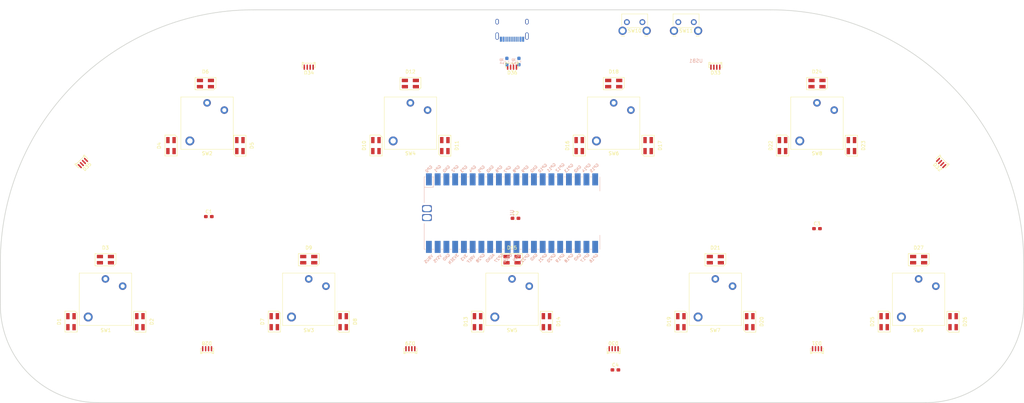
<source format=kicad_pcb>
(kicad_pcb (version 20240108) (generator "pcbnew") (generator_version "8.0")
  (title_block (title "Musec Pico"))
  (layers (0 "F.Cu" signal) (31 "B.Cu" signal) (34 "B.Paste" user) (35 "F.Paste" user) (36 "B.SilkS" user "B.Silkscreen") (37 "F.SilkS" user "F.Silkscreen") (38 "B.Mask" user) (39 "F.Mask" user) (44 "Edge.Cuts" user))
  (net 0 "")
  (net 1 "GND")
  (net 2 "+5V")
  (net 3 "Net-(D1-Out)")
  (net 4 "/RGB1")
  (net 5 "Net-(D2-Out)")
  (net 6 "Net-(D3-Out)")
  (net 7 "Net-(D4-Out)")
  (net 8 "Net-(D5-Out)")
  (net 9 "Net-(D6-Out)")
  (net 10 "Net-(D7-Out)")
  (net 11 "Net-(D8-Out)")
  (net 12 "Net-(D10-In)")
  (net 13 "Net-(D10-Out)")
  (net 14 "Net-(D11-Out)")
  (net 15 "Net-(D12-Out)")
  (net 16 "Net-(D13-Out)")
  (net 17 "Net-(D14-Out)")
  (net 18 "Net-(D15-Out)")
  (net 19 "Net-(D16-Out)")
  (net 20 "Net-(D17-Out)")
  (net 21 "Net-(D18-Out)")
  (net 22 "Net-(D19-Out)")
  (net 23 "Net-(D20-Out)")
  (net 24 "Net-(D21-Out)")
  (net 25 "Net-(D22-Out)")
  (net 26 "Net-(D23-Out)")
  (net 27 "Net-(D24-Out)")
  (net 28 "Net-(D25-Out)")
  (net 29 "Net-(D26-Out)")
  (net 31 "/RGB2")
  (net 32 "Net-(D28-Out)")
  (net 33 "Net-(D29-Out)")
  (net 34 "Net-(D30-Out)")
  (net 35 "Net-(D31-Out)")
  (net 36 "Net-(D32-Out)")
  (net 37 "Net-(D33-Out)")
  (net 38 "Net-(D34-Out)")
  (net 39 "Net-(D35-Out)")
  (net 40 "Net-(USB1-CC1)")
  (net 41 "Net-(USB1-CC2)")
  (net 42 "/K1")
  (net 43 "/K2")
  (net 44 "/K3")
  (net 45 "/K4")
  (net 46 "/K5")
  (net 47 "/K6")
  (net 48 "/K7")
  (net 49 "/K8")
  (net 50 "/K9")
  (net 51 "/K10")
  (net 52 "/K11")
  (net 53 "/USB_DN")
  (net 60 "/USB_DP")
  (net 68 "VBUS")
  (net 70 "+3V3")
  (footprint "popn_pico2:WS2812B-2835" (layer "F.Cu") (at 319.796 90.674 -90)
    (property "Reference" "D23" (at 0 -3.45 90) (layer "F.SilkS"))
    (property "Value" "WS2812B_Unified" (hide yes))
    (pad "G" smd rect (at 1.6 0.9 270) (size 1.8 1) (layers "F.Cu" "F.Paste" "F.Mask") (net 1 "GND"))
    (pad "I" smd rect (at 1.6 -0.9 270) (size 1.8 1) (layers "F.Cu" "F.Paste" "F.Mask") (net 25 "Net-(D22-Out)"))
    (pad "O" smd rect (at -1.6 0.9 270) (size 1.8 1) (layers "F.Cu" "F.Paste" "F.Mask") (net 26 "Net-(D23-Out)"))
    (pad "V" smd rect (at -1.6 -0.9 270) (size 1.8 1) (layers "F.Cu" "F.Paste" "F.Mask") (net 2 "+5V"))
  )
  (footprint "popn_pico2:WS2812B-2835" (layer "F.Cu") (at 152.296 141.774 90)
    (property "Reference" "D7" (at 0 -3.45 90) (layer "F.SilkS"))
    (property "Value" "WS2812B_Unified" (hide yes))
    (pad "G" smd rect (at 1.6 0.9 90) (size 1.8 1) (layers "F.Cu" "F.Paste" "F.Mask") (net 1 "GND"))
    (pad "I" smd rect (at 1.6 -0.9 90) (size 1.8 1) (layers "F.Cu" "F.Paste" "F.Mask") (net 9 "Net-(D6-Out)"))
    (pad "O" smd rect (at -1.6 0.9 90) (size 1.8 1) (layers "F.Cu" "F.Paste" "F.Mask") (net 10 "Net-(D7-Out)"))
    (pad "V" smd rect (at -1.6 -0.9 90) (size 1.8 1) (layers "F.Cu" "F.Paste" "F.Mask") (net 2 "+5V"))
  )
  (footprint "popn_pico2:SW_Kailh_Choc_V1V2_1.00u_LED" (layer "F.Cu") (at 191.796 84.174)
    (property "Reference" "SW4" (at 0.025 8.773 0) (layer "F.SilkS"))
    (property "Value" "SW_DIP_x01" (hide yes))
    (pad "" np_thru_hole circle (at -5.5 0) (size 1.9 1.9) (drill 1.9) (layers "*.Cu" "*.Mask"))
    (pad "" thru_hole circle (at -5 5.15) (size 2.6 2.6) (drill 1.6) (layers "*.Cu" "B.Mask"))
    (pad "" np_thru_hole circle (at 0 0) (size 5.05 5.05) (drill 5.05) (layers "*.Cu" "*.Mask"))
    (pad "" np_thru_hole circle (at 5.5 0) (size 1.9 1.9) (drill 1.9) (layers "*.Cu" "*.Mask"))
    (pad "1" thru_hole circle (at 0 -5.9) (size 2.2 2.2) (drill 1.2) (layers "*.Cu" "B.Mask") (net 45 "/K4"))
    (pad "2" thru_hole circle (at 5 -3.8) (size 2.2 2.2) (drill 1.2) (layers "*.Cu" "B.Mask") (net 1 "GND"))
  )
  (footprint "popn_pico2:WS2812B-4020" (layer "F.Cu") (at 132.796 150.274 180)
    (property "Reference" "D28" (at 0.075 2.25 180) (layer "F.SilkS"))
    (property "Value" "WS2812B_Unified")
    (pad "G" smd roundrect (at -1.275 0.65 180) (size 0.44 1.5) (layers "F.Cu" "F.Paste" "F.Mask") (net 1 "GND"))
    (pad "I" smd roundrect (at 1.275 0.65 180) (size 0.44 1.5) (layers "F.Cu" "F.Paste" "F.Mask") (net 31 "/RGB2"))
    (pad "O" smd roundrect (at -0.425 0.65 180) (size 0.44 1.5) (layers "F.Cu" "F.Paste" "F.Mask") (net 32 "Net-(D28-Out)"))
    (pad "V" smd roundrect (at 0.425 0.65 180) (size 0.44 1.5) (layers "F.Cu" "F.Paste" "F.Mask") (net 2 "+5V"))
  )
  (footprint "popn_pico2:WS2812B-2835" (layer "F.Cu") (at 191.796 72.674)
    (property "Reference" "D12" (at 0 -3.45 0) (layer "F.SilkS"))
    (property "Value" "WS2812B_Unified" (hide yes))
    (pad "G" smd rect (at 1.6 0.9) (size 1.8 1) (layers "F.Cu" "F.Paste" "F.Mask") (net 1 "GND"))
    (pad "I" smd rect (at 1.6 -0.9) (size 1.8 1) (layers "F.Cu" "F.Paste" "F.Mask") (net 14 "Net-(D11-Out)"))
    (pad "O" smd rect (at -1.6 0.9) (size 1.8 1) (layers "F.Cu" "F.Paste" "F.Mask") (net 15 "Net-(D12-Out)"))
    (pad "V" smd rect (at -1.6 -0.9) (size 1.8 1) (layers "F.Cu" "F.Paste" "F.Mask") (net 2 "+5V"))
  )
  (footprint "popn_pico2:WS2812B-4020" (layer "F.Cu") (at 191.796 150.274 180)
    (property "Reference" "D29" (at 0.075 2.25 180) (layer "F.SilkS"))
    (property "Value" "WS2812B_Unified")
    (pad "G" smd roundrect (at -1.275 0.65 180) (size 0.44 1.5) (layers "F.Cu" "F.Paste" "F.Mask") (net 1 "GND"))
    (pad "I" smd roundrect (at 1.275 0.65 180) (size 0.44 1.5) (layers "F.Cu" "F.Paste" "F.Mask") (net 32 "Net-(D28-Out)"))
    (pad "O" smd roundrect (at -0.425 0.65 180) (size 0.44 1.5) (layers "F.Cu" "F.Paste" "F.Mask") (net 33 "Net-(D29-Out)"))
    (pad "V" smd roundrect (at 0.425 0.65 180) (size 0.44 1.5) (layers "F.Cu" "F.Paste" "F.Mask") (net 2 "+5V"))
  )
  (footprint "popn_pico2:SW_Kailh_Choc_V1V2_1.00u_LED" (layer "F.Cu") (at 221.296 135.274)
    (property "Reference" "SW5" (at 0 9 0) (layer "F.SilkS"))
    (property "Value" "SW_DIP_x01" (hide yes))
    (pad "" np_thru_hole circle (at -5.5 0) (size 1.9 1.9) (drill 1.9) (layers "*.Cu" "*.Mask"))
    (pad "" thru_hole circle (at -5 5.15) (size 2.6 2.6) (drill 1.6) (layers "*.Cu" "B.Mask"))
    (pad "" np_thru_hole circle (at 0 0) (size 5.05 5.05) (drill 5.05) (layers "*.Cu" "*.Mask"))
    (pad "" np_thru_hole circle (at 5.5 0) (size 1.9 1.9) (drill 1.9) (layers "*.Cu" "*.Mask"))
    (pad "1" thru_hole circle (at 0 -5.9) (size 2.2 2.2) (drill 1.2) (layers "*.Cu" "B.Mask") (net 46 "/K5"))
    (pad "2" thru_hole circle (at 5 -3.8) (size 2.2 2.2) (drill 1.2) (layers "*.Cu" "B.Mask") (net 1 "GND"))
  )
  (footprint "popn_pico2:WS2812B-2835" (layer "F.Cu") (at 231.296 141.774 -90)
    (property "Reference" "D14" (at 0 -3.45 90) (layer "F.SilkS"))
    (property "Value" "WS2812B_Unified" (hide yes))
    (pad "G" smd rect (at 1.6 0.9 270) (size 1.8 1) (layers "F.Cu" "F.Paste" "F.Mask") (net 1 "GND"))
    (pad "I" smd rect (at 1.6 -0.9 270) (size 1.8 1) (layers "F.Cu" "F.Paste" "F.Mask") (net 16 "Net-(D13-Out)"))
    (pad "O" smd rect (at -1.6 0.9 270) (size 1.8 1) (layers "F.Cu" "F.Paste" "F.Mask") (net 17 "Net-(D14-Out)"))
    (pad "V" smd rect (at -1.6 -0.9 270) (size 1.8 1) (layers "F.Cu" "F.Paste" "F.Mask") (net 2 "+5V"))
  )
  (footprint "popn_pico2:WS2812B-2835" (layer "F.Cu") (at 260.796 90.674 -90)
    (property "Reference" "D17" (at 0 -3.45 90) (layer "F.SilkS"))
    (property "Value" "WS2812B_Unified" (hide yes))
    (pad "G" smd rect (at 1.6 0.9 270) (size 1.8 1) (layers "F.Cu" "F.Paste" "F.Mask") (net 1 "GND"))
    (pad "I" smd rect (at 1.6 -0.9 270) (size 1.8 1) (layers "F.Cu" "F.Paste" "F.Mask") (net 19 "Net-(D16-Out)"))
    (pad "O" smd rect (at -1.6 0.9 270) (size 1.8 1) (layers "F.Cu" "F.Paste" "F.Mask") (net 20 "Net-(D17-Out)"))
    (pad "V" smd rect (at -1.6 -0.9 270) (size 1.8 1) (layers "F.Cu" "F.Paste" "F.Mask") (net 2 "+5V"))
  )
  (footprint "popn_pico2:WS2812B-2835" (layer "F.Cu") (at 349.296 141.774 -90)
    (property "Reference" "D26" (at 0 -3.45 90) (layer "F.SilkS"))
    (property "Value" "WS2812B_Unified" (hide yes))
    (pad "G" smd rect (at 1.6 0.9 270) (size 1.8 1) (layers "F.Cu" "F.Paste" "F.Mask") (net 1 "GND"))
    (pad "I" smd rect (at 1.6 -0.9 270) (size 1.8 1) (layers "F.Cu" "F.Paste" "F.Mask") (net 28 "Net-(D25-Out)"))
    (pad "O" smd rect (at -1.6 0.9 270) (size 1.8 1) (layers "F.Cu" "F.Paste" "F.Mask") (net 29 "Net-(D26-Out)"))
    (pad "V" smd rect (at -1.6 -0.9 270) (size 1.8 1) (layers "F.Cu" "F.Paste" "F.Mask") (net 2 "+5V"))
  )
  (footprint "popn_pico2:WS2812B-4020" (layer "F.Cu") (at 250.796 150.274 180)
    (property "Reference" "D30" (at 0.075 2.25 180) (layer "F.SilkS"))
    (property "Value" "WS2812B_Unified")
    (pad "G" smd roundrect (at -1.275 0.65 180) (size 0.44 1.5) (layers "F.Cu" "F.Paste" "F.Mask") (net 1 "GND"))
    (pad "I" smd roundrect (at 1.275 0.65 180) (size 0.44 1.5) (layers "F.Cu" "F.Paste" "F.Mask") (net 33 "Net-(D29-Out)"))
    (pad "O" smd roundrect (at -0.425 0.65 180) (size 0.44 1.5) (layers "F.Cu" "F.Paste" "F.Mask") (net 34 "Net-(D30-Out)"))
    (pad "V" smd roundrect (at 0.425 0.65 180) (size 0.44 1.5) (layers "F.Cu" "F.Paste" "F.Mask") (net 2 "+5V"))
  )
  (footprint "popn_pico2:WS2812B-2835" (layer "F.Cu") (at 299.796 90.674 90)
    (property "Reference" "D22" (at 0 -3.45 90) (layer "F.SilkS"))
    (property "Value" "WS2812B_Unified" (hide yes))
    (pad "G" smd rect (at 1.6 0.9 90) (size 1.8 1) (layers "F.Cu" "F.Paste" "F.Mask") (net 1 "GND"))
    (pad "I" smd rect (at 1.6 -0.9 90) (size 1.8 1) (layers "F.Cu" "F.Paste" "F.Mask") (net 24 "Net-(D21-Out)"))
    (pad "O" smd rect (at -1.6 0.9 90) (size 1.8 1) (layers "F.Cu" "F.Paste" "F.Mask") (net 25 "Net-(D22-Out)"))
    (pad "V" smd rect (at -1.6 -0.9 90) (size 1.8 1) (layers "F.Cu" "F.Paste" "F.Mask") (net 2 "+5V"))
  )
  (footprint "popn_pico2:WS2812B-2835" (layer "F.Cu") (at 240.796 90.674 90)
    (property "Reference" "D16" (at 0 -3.45 90) (layer "F.SilkS"))
    (property "Value" "WS2812B_Unified" (hide yes))
    (pad "G" smd rect (at 1.6 0.9 90) (size 1.8 1) (layers "F.Cu" "F.Paste" "F.Mask") (net 1 "GND"))
    (pad "I" smd rect (at 1.6 -0.9 90) (size 1.8 1) (layers "F.Cu" "F.Paste" "F.Mask") (net 18 "Net-(D15-Out)"))
    (pad "O" smd rect (at -1.6 0.9 90) (size 1.8 1) (layers "F.Cu" "F.Paste" "F.Mask") (net 19 "Net-(D16-Out)"))
    (pad "V" smd rect (at -1.6 -0.9 90) (size 1.8 1) (layers "F.Cu" "F.Paste" "F.Mask") (net 2 "+5V"))
  )
  (footprint "popn_pico2:SW_Kailh_Choc_V1V2_1.00u_LED" (layer "F.Cu") (at 132.796 84.174)
    (property "Reference" "SW2" (at 0.025 8.773 0) (layer "F.SilkS"))
    (property "Value" "SW_DIP_x01" (hide yes))
    (pad "" np_thru_hole circle (at -5.5 0) (size 1.9 1.9) (drill 1.9) (layers "*.Cu" "*.Mask"))
    (pad "" thru_hole circle (at -5 5.15) (size 2.6 2.6) (drill 1.6) (layers "*.Cu" "B.Mask"))
    (pad "" np_thru_hole circle (at 0 0) (size 5.05 5.05) (drill 5.05) (layers "*.Cu" "*.Mask"))
    (pad "" np_thru_hole circle (at 5.5 0) (size 1.9 1.9) (drill 1.9) (layers "*.Cu" "*.Mask"))
    (pad "1" thru_hole circle (at 0 -5.9) (size 2.2 2.2) (drill 1.2) (layers "*.Cu" "B.Mask") (net 43 "/K2"))
    (pad "2" thru_hole circle (at 5 -3.8) (size 2.2 2.2) (drill 1.2) (layers "*.Cu" "B.Mask") (net 1 "GND"))
  )
  (footprint "Button_Switch_THT:SW_SPST_Omron_B3F-315x_Angled" (layer "F.Cu") (at 269.545999 54.849)
    (property "Reference" "SW11" (at 2.25 2.5 0) (layer "F.SilkS"))
    (property "Value" "SW_DIP_x01")
    (pad "" thru_hole circle (at -1.25 2.5 180) (size 2.4 2.4) (drill 1.5) (layers "*.Cu" "*.Mask"))
    (pad "" thru_hole circle (at 5.75 2.5 180) (size 2.4 2.4) (drill 1.5) (layers "*.Cu" "*.Mask"))
    (pad "1" thru_hole circle (at 0 0 180) (size 1.7 1.7) (drill 1) (layers "*.Cu" "*.Mask") (net 52 "/K11"))
    (pad "2" thru_hole circle (at 4.5 0 180) (size 1.7 1.7) (drill 1) (layers "*.Cu" "*.Mask") (net 1 "GND"))
  )
  (footprint "popn_pico2:WS2812B-2835" (layer "F.Cu") (at 172.296 141.774 -90)
    (property "Reference" "D8" (at 0 -3.45 90) (layer "F.SilkS"))
    (property "Value" "WS2812B_Unified" (hide yes))
    (pad "G" smd rect (at 1.6 0.9 270) (size 1.8 1) (layers "F.Cu" "F.Paste" "F.Mask") (net 1 "GND"))
    (pad "I" smd rect (at 1.6 -0.9 270) (size 1.8 1) (layers "F.Cu" "F.Paste" "F.Mask") (net 10 "Net-(D7-Out)"))
    (pad "O" smd rect (at -1.6 0.9 270) (size 1.8 1) (layers "F.Cu" "F.Paste" "F.Mask") (net 11 "Net-(D8-Out)"))
    (pad "V" smd rect (at -1.6 -0.9 270) (size 1.8 1) (layers "F.Cu" "F.Paste" "F.Mask") (net 2 "+5V"))
  )
  (footprint "Button_Switch_THT:SW_SPST_Omron_B3F-315x_Angled" (layer "F.Cu") (at 254.625999 54.849)
    (property "Reference" "SW10" (at 2.25 2.5 0) (layer "F.SilkS"))
    (property "Value" "SW_DIP_x01")
    (pad "" thru_hole circle (at -1.25 2.5 180) (size 2.4 2.4) (drill 1.5) (layers "*.Cu" "*.Mask"))
    (pad "" thru_hole circle (at 5.75 2.5 180) (size 2.4 2.4) (drill 1.5) (layers "*.Cu" "*.Mask"))
    (pad "1" thru_hole circle (at 0 0 180) (size 1.7 1.7) (drill 1) (layers "*.Cu" "*.Mask") (net 51 "/K10"))
    (pad "2" thru_hole circle (at 4.5 0 180) (size 1.7 1.7) (drill 1) (layers "*.Cu" "*.Mask") (net 1 "GND"))
  )
  (footprint "popn_pico2:WS2812B-2835" (layer "F.Cu") (at 309.796 72.674)
    (property "Reference" "D24" (at 0 -3.45 0) (layer "F.SilkS"))
    (property "Value" "WS2812B_Unified" (hide yes))
    (pad "G" smd rect (at 1.6 0.9) (size 1.8 1) (layers "F.Cu" "F.Paste" "F.Mask") (net 1 "GND"))
    (pad "I" smd rect (at 1.6 -0.9) (size 1.8 1) (layers "F.Cu" "F.Paste" "F.Mask") (net 26 "Net-(D23-Out)"))
    (pad "O" smd rect (at -1.6 0.9) (size 1.8 1) (layers "F.Cu" "F.Paste" "F.Mask") (net 27 "Net-(D24-Out)"))
    (pad "V" smd rect (at -1.6 -0.9) (size 1.8 1) (layers "F.Cu" "F.Paste" "F.Mask") (net 2 "+5V"))
  )
  (footprint "popn_pico2:WS2812B-2835" (layer "F.Cu") (at 122.321 90.674 90)
    (property "Reference" "D4" (at 0 -3.45 90) (layer "F.SilkS"))
    (property "Value" "WS2812B_Unified" (hide yes))
    (pad "G" smd rect (at 1.6 0.9 90) (size 1.8 1) (layers "F.Cu" "F.Paste" "F.Mask") (net 1 "GND"))
    (pad "I" smd rect (at 1.6 -0.9 90) (size 1.8 1) (layers "F.Cu" "F.Paste" "F.Mask") (net 6 "Net-(D3-Out)"))
    (pad "O" smd rect (at -1.6 0.9 90) (size 1.8 1) (layers "F.Cu" "F.Paste" "F.Mask") (net 7 "Net-(D4-Out)"))
    (pad "V" smd rect (at -1.6 -0.9 90) (size 1.8 1) (layers "F.Cu" "F.Paste" "F.Mask") (net 2 "+5V"))
  )
  (footprint "popn_pico2:WS2812B-4020" (layer "F.Cu") (at 346.296 95.274 -45)
    (property "Reference" "D32" (at 0.075 2.25 -45) (layer "F.SilkS"))
    (property "Value" "WS2812B_Unified")
    (pad "G" smd roundrect (at -1.274999 0.65 315) (size 0.44 1.5) (layers "F.Cu" "F.Paste" "F.Mask") (net 1 "GND"))
    (pad "I" smd roundrect (at 1.275 0.650001 315) (size 0.44 1.5) (layers "F.Cu" "F.Paste" "F.Mask") (net 35 "Net-(D31-Out)"))
    (pad "O" smd roundrect (at -0.425 0.65 315) (size 0.44 1.5) (layers "F.Cu" "F.Paste" "F.Mask") (net 36 "Net-(D32-Out)"))
    (pad "V" smd roundrect (at 0.425 0.65 315) (size 0.44 1.5) (layers "F.Cu" "F.Paste" "F.Mask") (net 2 "+5V"))
  )
  (footprint "popn_pico2:SW_Kailh_Choc_V1V2_1.00u_LED" (layer "F.Cu") (at 339.296 135.274)
    (property "Reference" "SW9" (at -0.1 9 0) (layer "F.SilkS"))
    (property "Value" "SW_DIP_x01" (hide yes))
    (pad "" np_thru_hole circle (at -5.5 0) (size 1.9 1.9) (drill 1.9) (layers "*.Cu" "*.Mask"))
    (pad "" thru_hole circle (at -5 5.15) (size 2.6 2.6) (drill 1.6) (layers "*.Cu" "B.Mask"))
    (pad "" np_thru_hole circle (at 0 0) (size 5.05 5.05) (drill 5.05) (layers "*.Cu" "*.Mask"))
    (pad "" np_thru_hole circle (at 5.5 0) (size 1.9 1.9) (drill 1.9) (layers "*.Cu" "*.Mask"))
    (pad "1" thru_hole circle (at 0 -5.9) (size 2.2 2.2) (drill 1.2) (layers "*.Cu" "B.Mask") (net 50 "/K9"))
    (pad "2" thru_hole circle (at 5 -3.8) (size 2.2 2.2) (drill 1.2) (layers "*.Cu" "B.Mask") (net 1 "GND"))
  )
  (footprint "popn_pico2:WS2812B-2835" (layer "F.Cu") (at 339.296 123.774)
    (property "Reference" "D27" (at 0 -3.45 0) (layer "F.SilkS"))
    (property "Value" "WS2812B_Unified" (hide yes))
    (pad "G" smd rect (at 1.6 0.9) (size 1.8 1) (layers "F.Cu" "F.Paste" "F.Mask") (net 1 "GND"))
    (pad "I" smd rect (at 1.6 -0.9) (size 1.8 1) (layers "F.Cu" "F.Paste" "F.Mask") (net 29 "Net-(D26-Out)"))
    (pad "O" smd rect (at -1.6 0.9) (size 1.8 1) (layers "F.Cu" "F.Paste" "F.Mask"))
    (pad "V" smd rect (at -1.6 -0.9) (size 1.8 1) (layers "F.Cu" "F.Paste" "F.Mask") (net 2 "+5V"))
  )
  (footprint "popn_pico2:WS2812B-2835" (layer "F.Cu") (at 211.296 141.774 90)
    (property "Reference" "D13" (at 0 -3.45 90) (layer "F.SilkS"))
    (property "Value" "WS2812B_Unified" (hide yes))
    (pad "G" smd rect (at 1.6 0.9 90) (size 1.8 1) (layers "F.Cu" "F.Paste" "F.Mask") (net 1 "GND"))
    (pad "I" smd rect (at 1.6 -0.9 90) (size 1.8 1) (layers "F.Cu" "F.Paste" "F.Mask") (net 15 "Net-(D12-Out)"))
    (pad "O" smd rect (at -1.6 0.9 90) (size 1.8 1) (layers "F.Cu" "F.Paste" "F.Mask") (net 16 "Net-(D13-Out)"))
    (pad "V" smd rect (at -1.6 -0.9 90) (size 1.8 1) (layers "F.Cu" "F.Paste" "F.Mask") (net 2 "+5V"))
  )
  (footprint "popn_pico2:WS2812B-2835" (layer "F.Cu") (at 142.321 90.674 -90)
    (property "Reference" "D5" (at 0 -3.45 90) (layer "F.SilkS"))
    (property "Value" "WS2812B_Unified" (hide yes))
    (pad "G" smd rect (at 1.6 0.9 270) (size 1.8 1) (layers "F.Cu" "F.Paste" "F.Mask") (net 1 "GND"))
    (pad "I" smd rect (at 1.6 -0.9 270) (size 1.8 1) (layers "F.Cu" "F.Paste" "F.Mask") (net 7 "Net-(D4-Out)"))
    (pad "O" smd rect (at -1.6 0.9 270) (size 1.8 1) (layers "F.Cu" "F.Paste" "F.Mask") (net 8 "Net-(D5-Out)"))
    (pad "V" smd rect (at -1.6 -0.9 270) (size 1.8 1) (layers "F.Cu" "F.Paste" "F.Mask") (net 2 "+5V"))
  )
  (footprint "popn_pico2:SW_Kailh_Choc_V1V2_1.00u_LED" (layer "F.Cu") (at 162.296 135.274)
    (property "Reference" "SW3" (at 0 9 0) (layer "F.SilkS"))
    (property "Value" "SW_DIP_x01" (hide yes))
    (pad "" np_thru_hole circle (at -5.5 0) (size 1.9 1.9) (drill 1.9) (layers "*.Cu" "*.Mask"))
    (pad "" thru_hole circle (at -5 5.15) (size 2.6 2.6) (drill 1.6) (layers "*.Cu" "B.Mask"))
    (pad "" np_thru_hole circle (at 0 0) (size 5.05 5.05) (drill 5.05) (layers "*.Cu" "*.Mask"))
    (pad "" np_thru_hole circle (at 5.5 0) (size 1.9 1.9) (drill 1.9) (layers "*.Cu" "*.Mask"))
    (pad "1" thru_hole circle (at 0 -5.9) (size 2.2 2.2) (drill 1.2) (layers "*.Cu" "B.Mask") (net 44 "/K3"))
    (pad "2" thru_hole circle (at 5 -3.8) (size 2.2 2.2) (drill 1.2) (layers "*.Cu" "B.Mask") (net 1 "GND"))
  )
  (footprint "popn_pico2:SW_Kailh_Choc_V1V2_1.00u_LED" (layer "F.Cu") (at 280.296 135.274)
    (property "Reference" "SW7" (at -0.05 9 0) (layer "F.SilkS"))
    (property "Value" "SW_DIP_x01" (hide yes))
    (pad "" np_thru_hole circle (at -5.5 0) (size 1.9 1.9) (drill 1.9) (layers "*.Cu" "*.Mask"))
    (pad "" thru_hole circle (at -5 5.15) (size 2.6 2.6) (drill 1.6) (layers "*.Cu" "B.Mask"))
    (pad "" np_thru_hole circle (at 0 0) (size 5.05 5.05) (drill 5.05) (layers "*.Cu" "*.Mask"))
    (pad "" np_thru_hole circle (at 5.5 0) (size 1.9 1.9) (drill 1.9) (layers "*.Cu" "*.Mask"))
    (pad "1" thru_hole circle (at 0 -5.9) (size 2.2 2.2) (drill 1.2) (layers "*.Cu" "B.Mask") (net 48 "/K7"))
    (pad "2" thru_hole circle (at 5 -3.8) (size 2.2 2.2) (drill 1.2) (layers "*.Cu" "B.Mask") (net 1 "GND"))
  )
  (footprint "popn_pico2:WS2812B-2835" (layer "F.Cu") (at 181.796 90.674 90)
    (property "Reference" "D10" (at 0 -3.45 90) (layer "F.SilkS"))
    (property "Value" "WS2812B_Unified" (hide yes))
    (pad "G" smd rect (at 1.6 0.9 90) (size 1.8 1) (layers "F.Cu" "F.Paste" "F.Mask") (net 1 "GND"))
    (pad "I" smd rect (at 1.6 -0.9 90) (size 1.8 1) (layers "F.Cu" "F.Paste" "F.Mask") (net 12 "Net-(D10-In)"))
    (pad "O" smd rect (at -1.6 0.9 90) (size 1.8 1) (layers "F.Cu" "F.Paste" "F.Mask") (net 13 "Net-(D10-Out)"))
    (pad "V" smd rect (at -1.6 -0.9 90) (size 1.8 1) (layers "F.Cu" "F.Paste" "F.Mask") (net 2 "+5V"))
  )
  (footprint "popn_pico2:WS2812B-2835" (layer "F.Cu") (at 329.296 141.774 90)
    (property "Reference" "D25" (at 0 -3.45 90) (layer "F.SilkS"))
    (property "Value" "WS2812B_Unified" (hide yes))
    (pad "G" smd rect (at 1.6 0.9 90) (size 1.8 1) (layers "F.Cu" "F.Paste" "F.Mask") (net 1 "GND"))
    (pad "I" smd rect (at 1.6 -0.9 90) (size 1.8 1) (layers "F.Cu" "F.Paste" "F.Mask") (net 27 "Net-(D24-Out)"))
    (pad "O" smd rect (at -1.6 0.9 90) (size 1.8 1) (layers "F.Cu" "F.Paste" "F.Mask") (net 28 "Net-(D25-Out)"))
    (pad "V" smd rect (at -1.6 -0.9 90) (size 1.8 1) (layers "F.Cu" "F.Paste" "F.Mask") (net 2 "+5V"))
  )
  (footprint "popn_pico2:WS2812B-2835" (layer "F.Cu") (at 103.296 123.774)
    (property "Reference" "D3" (at 0 -3.45 0) (layer "F.SilkS"))
    (property "Value" "WS2812B_Unified" (hide yes))
    (pad "G" smd rect (at 1.6 0.9) (size 1.8 1) (layers "F.Cu" "F.Paste" "F.Mask") (net 1 "GND"))
    (pad "I" smd rect (at 1.6 -0.9) (size 1.8 1) (layers "F.Cu" "F.Paste" "F.Mask") (net 5 "Net-(D2-Out)"))
    (pad "O" smd rect (at -1.6 0.9) (size 1.8 1) (layers "F.Cu" "F.Paste" "F.Mask") (net 6 "Net-(D3-Out)"))
    (pad "V" smd rect (at -1.6 -0.9) (size 1.8 1) (layers "F.Cu" "F.Paste" "F.Mask") (net 2 "+5V"))
  )
  (footprint "popn_pico2:WS2812B-2835" (layer "F.Cu") (at 113.296 141.774 -90)
    (property "Reference" "D2" (at 0 -3.45 90) (layer "F.SilkS"))
    (property "Value" "WS2812B_Unified" (hide yes))
    (pad "G" smd rect (at 1.6 0.9 270) (size 1.8 1) (layers "F.Cu" "F.Paste" "F.Mask") (net 1 "GND"))
    (pad "I" smd rect (at 1.6 -0.9 270) (size 1.8 1) (layers "F.Cu" "F.Paste" "F.Mask") (net 3 "Net-(D1-Out)"))
    (pad "O" smd rect (at -1.6 0.9 270) (size 1.8 1) (layers "F.Cu" "F.Paste" "F.Mask") (net 5 "Net-(D2-Out)"))
    (pad "V" smd rect (at -1.6 -0.9 270) (size 1.8 1) (layers "F.Cu" "F.Paste" "F.Mask") (net 2 "+5V"))
  )
  (footprint "popn_pico2:WS2812B-2835" (layer "F.Cu") (at 162.296 123.774)
    (property "Reference" "D9" (at 0 -3.45 0) (layer "F.SilkS"))
    (property "Value" "WS2812B_Unified" (hide yes))
    (pad "G" smd rect (at 1.6 0.9) (size 1.8 1) (layers "F.Cu" "F.Paste" "F.Mask") (net 1 "GND"))
    (pad "I" smd rect (at 1.6 -0.9) (size 1.8 1) (layers "F.Cu" "F.Paste" "F.Mask") (net 11 "Net-(D8-Out)"))
    (pad "O" smd rect (at -1.6 0.9) (size 1.8 1) (layers "F.Cu" "F.Paste" "F.Mask") (net 12 "Net-(D10-In)"))
    (pad "V" smd rect (at -1.6 -0.9) (size 1.8 1) (layers "F.Cu" "F.Paste" "F.Mask") (net 2 "+5V"))
  )
  (footprint "popn_pico2:WS2812B-4020" (layer "F.Cu") (at 96.296 95.274 45)
    (property "Reference" "D35" (at 0.075 2.25 45) (layer "F.SilkS"))
    (property "Value" "WS2812B_Unified")
    (pad "G" smd roundrect (at -1.275001 0.65 45) (size 0.44 1.5) (layers "F.Cu" "F.Paste" "F.Mask") (net 1 "GND"))
    (pad "I" smd roundrect (at 1.275001 0.65 45) (size 0.44 1.5) (layers "F.Cu" "F.Paste" "F.Mask") (net 38 "Net-(D34-Out)"))
    (pad "O" smd roundrect (at -0.425 0.65 45) (size 0.44 1.5) (layers "F.Cu" "F.Paste" "F.Mask") (net 39 "Net-(D35-Out)"))
    (pad "V" smd roundrect (at 0.425 0.65 45) (size 0.44 1.5) (layers "F.Cu" "F.Paste" "F.Mask") (net 2 "+5V"))
  )
  (footprint "Capacitor_SMD:C_0603_1608Metric_Pad1.08x0.95mm_HandSolder" (layer "F.Cu") (at 222.296 111.774)
    (property "Reference" "C2" (at 0 -1.43 0) (layer "F.SilkS"))
    (property "Value" "0.1uF")
    (pad "1" smd roundrect (at -0.8625 0) (size 1.075 0.95) (layers "F.Cu" "F.Paste" "F.Mask") (net 2 "+5V"))
    (pad "2" smd roundrect (at 0.8625 0) (size 1.075 0.95) (layers "F.Cu" "F.Paste" "F.Mask") (net 1 "GND"))
  )
  (footprint "popn_pico2:WS2812B-2835" (layer "F.Cu") (at 270.296 141.774 90)
    (property "Reference" "D19" (at 0 -3.45 90) (layer "F.SilkS"))
    (property "Value" "WS2812B_Unified" (hide yes))
    (pad "G" smd rect (at 1.6 0.9 90) (size 1.8 1) (layers "F.Cu" "F.Paste" "F.Mask") (net 1 "GND"))
    (pad "I" smd rect (at 1.6 -0.9 90) (size 1.8 1) (layers "F.Cu" "F.Paste" "F.Mask") (net 21 "Net-(D18-Out)"))
    (pad "O" smd rect (at -1.6 0.9 90) (size 1.8 1) (layers "F.Cu" "F.Paste" "F.Mask") (net 22 "Net-(D19-Out)"))
    (pad "V" smd rect (at -1.6 -0.9 90) (size 1.8 1) (layers "F.Cu" "F.Paste" "F.Mask") (net 2 "+5V"))
  )
  (footprint "Capacitor_SMD:C_0603_1608Metric_Pad1.08x0.95mm_HandSolder" (layer "F.Cu") (at 133.296 111.274)
    (property "Reference" "C1" (at 0 -1.43 0) (layer "F.SilkS"))
    (property "Value" "0.1uF")
    (pad "1" smd roundrect (at -0.8625 0) (size 1.075 0.95) (layers "F.Cu" "F.Paste" "F.Mask") (net 2 "+5V"))
    (pad "2" smd roundrect (at 0.8625 0) (size 1.075 0.95) (layers "F.Cu" "F.Paste" "F.Mask") (net 1 "GND"))
  )
  (footprint "popn_pico2:WS2812B-4020" (layer "F.Cu") (at 162.296 67.274)
    (property "Reference" "D34" (at 0.075 2.25 0) (layer "F.SilkS"))
    (property "Value" "WS2812B_Unified")
    (pad "G" smd roundrect (at -1.275 0.65) (size 0.44 1.5) (layers "F.Cu" "F.Paste" "F.Mask") (net 1 "GND"))
    (pad "I" smd roundrect (at 1.275 0.65) (size 0.44 1.5) (layers "F.Cu" "F.Paste" "F.Mask") (net 37 "Net-(D33-Out)"))
    (pad "O" smd roundrect (at -0.425 0.65) (size 0.44 1.5) (layers "F.Cu" "F.Paste" "F.Mask") (net 38 "Net-(D34-Out)"))
    (pad "V" smd roundrect (at 0.425 0.65) (size 0.44 1.5) (layers "F.Cu" "F.Paste" "F.Mask") (net 2 "+5V"))
  )
  (footprint "popn_pico2:SW_Kailh_Choc_V1V2_1.00u_LED" (layer "F.Cu") (at 103.296 135.274)
    (property "Reference" "SW1" (at 0.1 9 0) (layer "F.SilkS"))
    (property "Value" "SW_DIP_x01" (hide yes))
    (pad "" np_thru_hole circle (at -5.5 0) (size 1.9 1.9) (drill 1.9) (layers "*.Cu" "*.Mask"))
    (pad "" thru_hole circle (at -5 5.15) (size 2.6 2.6) (drill 1.6) (layers "*.Cu" "B.Mask"))
    (pad "" np_thru_hole circle (at 0 0) (size 5.05 5.05) (drill 5.05) (layers "*.Cu" "*.Mask"))
    (pad "" np_thru_hole circle (at 5.5 0) (size 1.9 1.9) (drill 1.9) (layers "*.Cu" "*.Mask"))
    (pad "1" thru_hole circle (at 0 -5.9) (size 2.2 2.2) (drill 1.2) (layers "*.Cu" "B.Mask") (net 42 "/K1"))
    (pad "2" thru_hole circle (at 5 -3.8) (size 2.2 2.2) (drill 1.2) (layers "*.Cu" "B.Mask") (net 1 "GND"))
  )
  (footprint "popn_pico2:WS2812B-2835" (layer "F.Cu") (at 290.296 141.774 -90)
    (property "Reference" "D20" (at 0 -3.45 90) (layer "F.SilkS"))
    (property "Value" "WS2812B_Unified" (hide yes))
    (pad "G" smd rect (at 1.6 0.9 270) (size 1.8 1) (layers "F.Cu" "F.Paste" "F.Mask") (net 1 "GND"))
    (pad "I" smd rect (at 1.6 -0.9 270) (size 1.8 1) (layers "F.Cu" "F.Paste" "F.Mask") (net 22 "Net-(D19-Out)"))
    (pad "O" smd rect (at -1.6 0.9 270) (size 1.8 1) (layers "F.Cu" "F.Paste" "F.Mask") (net 23 "Net-(D20-Out)"))
    (pad "V" smd rect (at -1.6 -0.9 270) (size 1.8 1) (layers "F.Cu" "F.Paste" "F.Mask") (net 2 "+5V"))
  )
  (footprint "popn_pico2:WS2812B-4020" (layer "F.Cu") (at 309.796 150.274 180)
    (property "Reference" "D31" (at 0.075 2.25 180) (layer "F.SilkS"))
    (property "Value" "WS2812B_Unified")
    (pad "G" smd roundrect (at -1.275 0.65 180) (size 0.44 1.5) (layers "F.Cu" "F.Paste" "F.Mask") (net 1 "GND"))
    (pad "I" smd roundrect (at 1.275 0.65 180) (size 0.44 1.5) (layers "F.Cu" "F.Paste" "F.Mask") (net 34 "Net-(D30-Out)"))
    (pad "O" smd roundrect (at -0.425 0.65 180) (size 0.44 1.5) (layers "F.Cu" "F.Paste" "F.Mask") (net 35 "Net-(D31-Out)"))
    (pad "V" smd roundrect (at 0.425 0.65 180) (size 0.44 1.5) (layers "F.Cu" "F.Paste" "F.Mask") (net 2 "+5V"))
  )
  (footprint "popn_pico2:WS2812B-2835" (layer "F.Cu") (at 201.796 90.674 -90)
    (property "Reference" "D11" (at 0 -3.45 90) (layer "F.SilkS"))
    (property "Value" "WS2812B_Unified" (hide yes))
    (pad "G" smd rect (at 1.6 0.9 270) (size 1.8 1) (layers "F.Cu" "F.Paste" "F.Mask") (net 1 "GND"))
    (pad "I" smd rect (at 1.6 -0.9 270) (size 1.8 1) (layers "F.Cu" "F.Paste" "F.Mask") (net 13 "Net-(D10-Out)"))
    (pad "O" smd rect (at -1.6 0.9 270) (size 1.8 1) (layers "F.Cu" "F.Paste" "F.Mask") (net 14 "Net-(D11-Out)"))
    (pad "V" smd rect (at -1.6 -0.9 270) (size 1.8 1) (layers "F.Cu" "F.Paste" "F.Mask") (net 2 "+5V"))
  )
  (footprint "popn_pico2:WS2812B-2835" (layer "F.Cu") (at 132.321 72.674)
    (property "Reference" "D6" (at 0 -3.45 0) (layer "F.SilkS"))
    (property "Value" "WS2812B_Unified" (hide yes))
    (pad "G" smd rect (at 1.6 0.9) (size 1.8 1) (layers "F.Cu" "F.Paste" "F.Mask") (net 1 "GND"))
    (pad "I" smd rect (at 1.6 -0.9) (size 1.8 1) (layers "F.Cu" "F.Paste" "F.Mask") (net 8 "Net-(D5-Out)"))
    (pad "O" smd rect (at -1.6 0.9) (size 1.8 1) (layers "F.Cu" "F.Paste" "F.Mask") (net 9 "Net-(D6-Out)"))
    (pad "V" smd rect (at -1.6 -0.9) (size 1.8 1) (layers "F.Cu" "F.Paste" "F.Mask") (net 2 "+5V"))
  )
  (footprint "popn_pico2:WS2812B-2835" (layer "F.Cu") (at 280.296 123.774)
    (property "Reference" "D21" (at 0 -3.45 0) (layer "F.SilkS"))
    (property "Value" "WS2812B_Unified" (hide yes))
    (pad "G" smd rect (at 1.6 0.9) (size 1.8 1) (layers "F.Cu" "F.Paste" "F.Mask") (net 1 "GND"))
    (pad "I" smd rect (at 1.6 -0.9) (size 1.8 1) (layers "F.Cu" "F.Paste" "F.Mask") (net 23 "Net-(D20-Out)"))
    (pad "O" smd rect (at -1.6 0.9) (size 1.8 1) (layers "F.Cu" "F.Paste" "F.Mask") (net 24 "Net-(D21-Out)"))
    (pad "V" smd rect (at -1.6 -0.9) (size 1.8 1) (layers "F.Cu" "F.Paste" "F.Mask") (net 2 "+5V"))
  )
  (footprint "popn_pico2:WS2812B-4020" (layer "F.Cu") (at 221.296 67.274)
    (property "Reference" "D36" (at 0.075 2.25 0) (layer "F.SilkS"))
    (property "Value" "WS2812B_Unified")
    (pad "G" smd roundrect (at -1.275 0.65) (size 0.44 1.5) (layers "F.Cu" "F.Paste" "F.Mask") (net 1 "GND"))
    (pad "I" smd roundrect (at 1.275 0.65) (size 0.44 1.5) (layers "F.Cu" "F.Paste" "F.Mask") (net 39 "Net-(D35-Out)"))
    (pad "O" smd roundrect (at -0.425 0.65) (size 0.44 1.5) (layers "F.Cu" "F.Paste" "F.Mask"))
    (pad "V" smd roundrect (at 0.425 0.65) (size 0.44 1.5) (layers "F.Cu" "F.Paste" "F.Mask") (net 2 "+5V"))
  )
  (footprint "popn_pico2:WS2812B-4020" (layer "F.Cu") (at 280.296 67.274)
    (property "Reference" "D33" (at 0.075 2.25 0) (layer "F.SilkS"))
    (property "Value" "WS2812B_Unified")
    (pad "G" smd roundrect (at -1.275 0.65) (size 0.44 1.5) (layers "F.Cu" "F.Paste" "F.Mask") (net 1 "GND"))
    (pad "I" smd roundrect (at 1.275 0.65) (size 0.44 1.5) (layers "F.Cu" "F.Paste" "F.Mask") (net 36 "Net-(D32-Out)"))
    (pad "O" smd roundrect (at -0.425 0.65) (size 0.44 1.5) (layers "F.Cu" "F.Paste" "F.Mask") (net 37 "Net-(D33-Out)"))
    (pad "V" smd roundrect (at 0.425 0.65) (size 0.44 1.5) (layers "F.Cu" "F.Paste" "F.Mask") (net 2 "+5V"))
  )
  (footprint "Capacitor_SMD:C_0603_1608Metric_Pad1.08x0.95mm_HandSolder" (layer "F.Cu") (at 309.796 114.774)
    (property "Reference" "C3" (at 0 -1.43 0) (layer "F.SilkS"))
    (property "Value" "0.1uF")
    (pad "1" smd roundrect (at -0.8625 0) (size 1.075 0.95) (layers "F.Cu" "F.Paste" "F.Mask") (net 2 "+5V"))
    (pad "2" smd roundrect (at 0.8625 0) (size 1.075 0.95) (layers "F.Cu" "F.Paste" "F.Mask") (net 1 "GND"))
  )
  (footprint "popn_pico2:WS2812B-2835" (layer "F.Cu") (at 221.296 123.774)
    (property "Reference" "D15" (at 0 -3.45 0) (layer "F.SilkS"))
    (property "Value" "WS2812B_Unified" (hide yes))
    (pad "G" smd rect (at 1.6 0.9) (size 1.8 1) (layers "F.Cu" "F.Paste" "F.Mask") (net 1 "GND"))
    (pad "I" smd rect (at 1.6 -0.9) (size 1.8 1) (layers "F.Cu" "F.Paste" "F.Mask") (net 17 "Net-(D14-Out)"))
    (pad "O" smd rect (at -1.6 0.9) (size 1.8 1) (layers "F.Cu" "F.Paste" "F.Mask") (net 18 "Net-(D15-Out)"))
    (pad "V" smd rect (at -1.6 -0.9) (size 1.8 1) (layers "F.Cu" "F.Paste" "F.Mask") (net 2 "+5V"))
  )
  (footprint "popn_pico2:WS2812B-2835" (layer "F.Cu") (at 93.296 141.774 90)
    (property "Reference" "D1" (at 0 -3.45 90) (layer "F.SilkS"))
    (property "Value" "WS2812B_Unified" (hide yes))
    (pad "G" smd rect (at 1.6 0.9 90) (size 1.8 1) (layers "F.Cu" "F.Paste" "F.Mask") (net 1 "GND"))
    (pad "I" smd rect (at 1.6 -0.9 90) (size 1.8 1) (layers "F.Cu" "F.Paste" "F.Mask") (net 4 "/RGB1"))
    (pad "O" smd rect (at -1.6 0.9 90) (size 1.8 1) (layers "F.Cu" "F.Paste" "F.Mask") (net 3 "Net-(D1-Out)"))
    (pad "V" smd rect (at -1.6 -0.9 90) (size 1.8 1) (layers "F.Cu" "F.Paste" "F.Mask") (net 2 "+5V"))
  )
  (footprint "Capacitor_SMD:C_0603_1608Metric_Pad1.08x0.95mm_HandSolder" (layer "F.Cu") (at 251.296 155.774)
    (property "Reference" "C4" (at 0 -1.43 0) (layer "F.SilkS"))
    (property "Value" "0.1uF")
    (pad "1" smd roundrect (at -0.8625 0) (size 1.075 0.95) (layers "F.Cu" "F.Paste" "F.Mask") (net 2 "+5V"))
    (pad "2" smd roundrect (at 0.8625 0) (size 1.075 0.95) (layers "F.Cu" "F.Paste" "F.Mask") (net 1 "GND"))
  )
  (footprint "popn_pico2:WS2812B-2835" (layer "F.Cu") (at 250.796 72.674)
    (property "Reference" "D18" (at 0 -3.45 0) (layer "F.SilkS"))
    (property "Value" "WS2812B_Unified" (hide yes))
    (pad "G" smd rect (at 1.6 0.9) (size 1.8 1) (layers "F.Cu" "F.Paste" "F.Mask") (net 1 "GND"))
    (pad "I" smd rect (at 1.6 -0.9) (size 1.8 1) (layers "F.Cu" "F.Paste" "F.Mask") (net 20 "Net-(D17-Out)"))
    (pad "O" smd rect (at -1.6 0.9) (size 1.8 1) (layers "F.Cu" "F.Paste" "F.Mask") (net 21 "Net-(D18-Out)"))
    (pad "V" smd rect (at -1.6 -0.9) (size 1.8 1) (layers "F.Cu" "F.Paste" "F.Mask") (net 2 "+5V"))
  )
  (footprint "popn_pico2:SW_Kailh_Choc_V1V2_1.00u_LED" (layer "F.Cu") (at 250.796 84.174)
    (property "Reference" "SW6" (at 0.025 8.773 0) (layer "F.SilkS"))
    (property "Value" "SW_DIP_x01" (hide yes))
    (pad "" np_thru_hole circle (at -5.5 0) (size 1.9 1.9) (drill 1.9) (layers "*.Cu" "*.Mask"))
    (pad "" thru_hole circle (at -5 5.15) (size 2.6 2.6) (drill 1.6) (layers "*.Cu" "B.Mask"))
    (pad "" np_thru_hole circle (at 0 0) (size 5.05 5.05) (drill 5.05) (layers "*.Cu" "*.Mask"))
    (pad "" np_thru_hole circle (at 5.5 0) (size 1.9 1.9) (drill 1.9) (layers "*.Cu" "*.Mask"))
    (pad "1" thru_hole circle (at 0 -5.9) (size 2.2 2.2) (drill 1.2) (layers "*.Cu" "B.Mask") (net 47 "/K6"))
    (pad "2" thru_hole circle (at 5 -3.8) (size 2.2 2.2) (drill 1.2) (layers "*.Cu" "B.Mask") (net 1 "GND"))
  )
  (footprint "popn_pico2:SW_Kailh_Choc_V1V2_1.00u_LED" (layer "F.Cu") (at 309.796 84.174)
    (property "Reference" "SW8" (at 0.025 8.773 0) (layer "F.SilkS"))
    (property "Value" "SW_DIP_x01" (hide yes))
    (pad "" np_thru_hole circle (at -5.5 0) (size 1.9 1.9) (drill 1.9) (layers "*.Cu" "*.Mask"))
    (pad "" thru_hole circle (at -5 5.15) (size 2.6 2.6) (drill 1.6) (layers "*.Cu" "B.Mask"))
    (pad "" np_thru_hole circle (at 0 0) (size 5.05 5.05) (drill 5.05) (layers "*.Cu" "*.Mask"))
    (pad "" np_thru_hole circle (at 5.5 0) (size 1.9 1.9) (drill 1.9) (layers "*.Cu" "*.Mask"))
    (pad "1" thru_hole circle (at 0 -5.9) (size 2.2 2.2) (drill 1.2) (layers "*.Cu" "B.Mask") (net 49 "/K8"))
    (pad "2" thru_hole circle (at 5 -3.8) (size 2.2 2.2) (drill 1.2) (layers "*.Cu" "B.Mask") (net 1 "GND"))
  )
  (footprint "Resistor_SMD:R_0603_1608Metric_Pad0.98x0.95mm_HandSolder" (layer "B.Cu") (at 219.796 66.274 -90)
    (property "Reference" "R1" (at 0 1.43 90) (layer "B.SilkS") (effects (justify mirror)))
    (property "Value" "5K1")
    (pad "1" smd roundrect (at -0.9125 0 270) (size 0.975 0.95) (layers "B.Cu" "B.Paste" "B.Mask") (net 40 "Net-(USB1-CC1)"))
    (pad "2" smd roundrect (at 0.9125 0 270) (size 0.975 0.95) (layers "B.Cu" "B.Paste" "B.Mask") (net 1 "GND"))
  )
  (footprint "popn_pico2:RPi_Pico_SMD_Pins_No_SWD" (layer "B.Cu") (at 221.296 110.274 -90)
    (property "Reference" "U1" (at 0 0 90) (layer "B.SilkS") (effects (justify mirror)))
    (property "Value" "PiPico_No_SWD")
    (fp_text user "GP22" (at 13.054 -3.81 45) (layer "B.SilkS") (effects (font (size 0.8 0.8)) (justify mirror)))
    (fp_text user "GP16" (at 13.1 -23.7 45) (layer "B.SilkS") (effects (font (size 0.8 0.8)) (justify mirror)))
    (fp_text user "GP11" (at -13.2 -11.43 45) (layer "B.SilkS") (effects (font (size 0.8 0.8)) (justify mirror)))
    (fp_text user "GP7" (at -12.7 1.3 45) (layer "B.SilkS") (effects (font (size 0.8 0.8)) (justify mirror)))
    (fp_text user "GND" (at 12.8 -6.35 45) (layer "B.SilkS") (effects (font (size 0.8 0.8)) (justify mirror)))
    (fp_text user "GND" (at -12.8 6.35 45) (layer "B.SilkS") (effects (font (size 0.8 0.8)) (justify mirror)))
    (fp_text user "GP1" (at -12.9 21.6 45) (layer "B.SilkS") (effects (font (size 0.8 0.8)) (justify mirror)))
    (fp_text user "GP21" (at 13.054 -8.9 45) (layer "B.SilkS") (effects (font (size 0.8 0.8)) (justify mirror)))
    (fp_text user "GND" (at -12.8 -19.05 45) (layer "B.SilkS") (effects (font (size 0.8 0.8)) (justify mirror)))
    (fp_text user "VBUS" (at 13.3 24.2 45) (layer "B.SilkS") (effects (font (size 0.8 0.8)) (justify mirror)))
    (fp_text user "3V3EN" (at 13.3 17 45) (layer "B.SilkS") (effects (font (size 0.8 0.8)) (justify mirror)))
    (fp_text user "GP2" (at -12.9 16.51 45) (layer "B.SilkS") (effects (font (size 0.8 0.8)) (justify mirror)))
    (fp_text user "AGND" (at 13.054 6.35 45) (layer "B.SilkS") (effects (font (size 0.8 0.8)) (justify mirror)))
    (fp_text user "VSYS" (at 13.2 21.59 45) (layer "B.SilkS") (effects (font (size 0.8 0.8)) (justify mirror)))
    (fp_text user "GP20" (at 13.054 -11.43 45) (layer "B.SilkS") (effects (font (size 0.8 0.8)) (justify mirror)))
    (fp_text user "GP8" (at -12.8 -1.27 45) (layer "B.SilkS") (effects (font (size 0.8 0.8)) (justify mirror)))
    (fp_text user "GP28" (at 13.054 9.144 45) (layer "B.SilkS") (effects (font (size 0.8 0.8)) (justify mirror)))
    (fp_text user "GP0" (at -12.8 24.13 45) (layer "B.SilkS") (effects (font (size 0.8 0.8)) (justify mirror)))
    (fp_text user "GP5" (at -12.8 8.89 45) (layer "B.SilkS") (effects (font (size 0.8 0.8)) (justify mirror)))
    (fp_text user "GP17" (at 13 -21.2 45) (layer "B.SilkS") (effects (font (size 0.8 0.8)) (justify mirror)))
    (fp_text user "GP27" (at 13.054 3.8 45) (layer "B.SilkS") (effects (font (size 0.8 0.8)) (justify mirror)))
    (fp_text user "GP14" (at -13.1 -21.59 45) (layer "B.SilkS") (effects (font (size 0.8 0.8)) (justify mirror)))
    (fp_text user "RUN" (at 13 -1.27 45) (layer "B.SilkS") (effects (font (size 0.8 0.8)) (justify mirror)))
    (fp_text user "GP19" (at 13.054 -13.97 45) (layer "B.SilkS") (effects (font (size 0.8 0.8)) (justify mirror)))
    (fp_text user "GND" (at 12.8 -19.05 45) (layer "B.SilkS") (effects (font (size 0.8 0.8)) (justify mirror)))
    (fp_text user "GP10" (at -13.054 -8.89 45) (layer "B.SilkS") (effects (font (size 0.8 0.8)) (justify mirror)))
    (fp_text user "GP12" (at -13.2 -13.97 45) (layer "B.SilkS") (effects (font (size 0.8 0.8)) (justify mirror)))
    (fp_text user "GP6" (at -12.8 3.81 45) (layer "B.SilkS") (effects (font (size 0.8 0.8)) (justify mirror)))
    (fp_text user "GP3" (at -12.8 13.97 45) (layer "B.SilkS") (effects (font (size 0.8 0.8)) (justify mirror)))
    (fp_text user "VREF" (at 13.37492 11.889279 45) (layer "B.SilkS") (effects (font (size 0.8 0.8)) (justify mirror)))
    (fp_text user "GP13" (at -13.054 -16.51 45) (layer "B.SilkS") (effects (font (size 0.8 0.8)) (justify mirror)))
    (fp_text user "GP4" (at -12.8 11.43 45) (layer "B.SilkS") (effects (font (size 0.8 0.8)) (justify mirror)))
    (fp_text user "GND" (at 12.8 19.05 45) (layer "B.SilkS") (effects (font (size 0.8 0.8)) (justify mirror)))
    (fp_text user "GP26" (at 13.054 1.27 45) (layer "B.SilkS") (effects (font (size 0.8 0.8)) (justify mirror)))
    (fp_text user "GND" (at -12.8 19.05 45) (layer "B.SilkS") (effects (font (size 0.8 0.8)) (justify mirror)))
    (fp_text user "GP18" (at 13.054 -16.51 45) (layer "B.SilkS") (effects (font (size 0.8 0.8)) (justify mirror)))
    (fp_text user "GP9" (at -12.8 -3.81 45) (layer "B.SilkS") (effects (font (size 0.8 0.8)) (justify mirror)))
    (fp_text user "GP15" (at -13.1 -23.9 45) (layer "B.SilkS") (effects (font (size 0.8 0.8)) (justify mirror)))
    (fp_text user "3V3" (at 12.9 13.9 45) (layer "B.SilkS") (effects (font (size 0.8 0.8)) (justify mirror)))
    (fp_text user "GND" (at -12.8 -6.35 45) (layer "B.SilkS") (effects (font (size 0.8 0.8)) (justify mirror)))
    (pad "1" smd rect (at -9.8 24.13 270) (size 3.5 1.7) (layers "B.Cu" "B.Mask") (net 42 "/K1"))
    (pad "2" smd rect (at -9.8 21.59 270) (size 3.5 1.7) (layers "B.Cu" "B.Mask"))
    (pad "3" smd rect (at -9.8 19.05 270) (size 3.5 1.7) (layers "B.Cu" "B.Mask") (net 1 "GND"))
    (pad "4" smd rect (at -9.8 16.51 270) (size 3.5 1.7) (layers "B.Cu" "B.Mask") (net 43 "/K2"))
    (pad "5" smd rect (at -9.8 13.97 270) (size 3.5 1.7) (layers "B.Cu" "B.Mask"))
    (pad "6" smd rect (at -9.8 11.43 270) (size 3.5 1.7) (layers "B.Cu" "B.Mask") (net 44 "/K3"))
    (pad "7" smd rect (at -9.8 8.89 270) (size 3.5 1.7) (layers "B.Cu" "B.Mask"))
    (pad "8" smd rect (at -9.8 6.35 270) (size 3.5 1.7) (layers "B.Cu" "B.Mask") (net 1 "GND"))
    (pad "9" smd rect (at -9.8 3.81 270) (size 3.5 1.7) (layers "B.Cu" "B.Mask") (net 45 "/K4"))
    (pad "10" smd rect (at -9.8 1.27 270) (size 3.5 1.7) (layers "B.Cu" "B.Mask"))
    (pad "11" smd rect (at -9.8 -1.27 270) (size 3.5 1.7) (layers "B.Cu" "B.Mask") (net 46 "/K5"))
    (pad "12" smd rect (at -9.8 -3.81 270) (size 3.5 1.7) (layers "B.Cu" "B.Mask"))
    (pad "13" smd rect (at -9.8 -6.35 270) (size 3.5 1.7) (layers "B.Cu" "B.Mask") (net 1 "GND"))
    (pad "14" smd rect (at -9.8 -8.89 270) (size 3.5 1.7) (layers "B.Cu" "B.Mask") (net 47 "/K6"))
    (pad "15" smd rect (at -9.8 -11.43 270) (size 3.5 1.7) (layers "B.Cu" "B.Mask"))
    (pad "16" smd rect (at -9.8 -13.97 270) (size 3.5 1.7) (layers "B.Cu" "B.Mask") (net 48 "/K7"))
    (pad "17" smd rect (at -9.8 -16.51 270) (size 3.5 1.7) (layers "B.Cu" "B.Mask"))
    (pad "18" smd rect (at -9.8 -19.05 270) (size 3.5 1.7) (layers "B.Cu" "B.Mask") (net 1 "GND"))
    (pad "19" smd rect (at -9.8 -21.59 270) (size 3.5 1.7) (layers "B.Cu" "B.Mask") (net 49 "/K8"))
    (pad "20" smd rect (at -9.8 -24.13 270) (size 3.5 1.7) (layers "B.Cu" "B.Mask"))
    (pad "21" smd rect (at 9.8 -24.13 270) (size 3.5 1.7) (layers "B.Cu" "B.Mask") (net 50 "/K9"))
    (pad "22" smd rect (at 9.8 -21.59 270) (size 3.5 1.7) (layers "B.Cu" "B.Mask"))
    (pad "23" smd rect (at 9.8 -19.05 270) (size 3.5 1.7) (layers "B.Cu" "B.Mask") (net 1 "GND"))
    (pad "24" smd rect (at 9.8 -16.51 270) (size 3.5 1.7) (layers "B.Cu" "B.Mask"))
    (pad "25" smd rect (at 9.8 -13.97 270) (size 3.5 1.7) (layers "B.Cu" "B.Mask"))
    (pad "26" smd rect (at 9.8 -11.43 270) (size 3.5 1.7) (layers "B.Cu" "B.Mask"))
    (pad "27" smd rect (at 9.8 -8.89 270) (size 3.5 1.7) (layers "B.Cu" "B.Mask"))
    (pad "28" smd rect (at 9.8 -6.35 270) (size 3.5 1.7) (layers "B.Cu" "B.Mask") (net 1 "GND"))
    (pad "29" smd rect (at 9.8 -3.81 270) (size 3.5 1.7) (layers "B.Cu" "B.Mask") (net 31 "/RGB2"))
    (pad "30" smd rect (at 9.8 -1.27 270) (size 3.5 1.7) (layers "B.Cu" "B.Mask"))
    (pad "31" smd rect (at 9.8 1.27 270) (size 3.5 1.7) (layers "B.Cu" "B.Mask") (net 51 "/K10"))
    (pad "32" smd rect (at 9.8 3.81 270) (size 3.5 1.7) (layers "B.Cu" "B.Mask") (net 52 "/K11"))
    (pad "33" smd rect (at 9.8 6.35 270) (size 3.5 1.7) (layers "B.Cu" "B.Mask"))
    (pad "34" smd rect (at 9.8 8.89 270) (size 3.5 1.7) (layers "B.Cu" "B.Mask") (net 4 "/RGB1"))
    (pad "35" smd rect (at 9.8 11.43 270) (size 3.5 1.7) (layers "B.Cu" "B.Mask"))
    (pad "36" smd rect (at 9.8 13.97 270) (size 3.5 1.7) (layers "B.Cu" "B.Mask") (net 70 "+3V3"))
    (pad "37" smd rect (at 9.8 16.51 270) (size 3.5 1.7) (layers "B.Cu" "B.Mask"))
    (pad "38" smd rect (at 9.8 19.05 270) (size 3.5 1.7) (layers "B.Cu" "B.Mask") (net 1 "GND"))
    (pad "39" smd rect (at 9.8 21.59 270) (size 3.5 1.7) (layers "B.Cu" "B.Mask") (net 2 "+5V"))
    (pad "40" smd rect (at 9.8 24.13 270) (size 3.5 1.7) (layers "B.Cu" "B.Mask") (net 68 "VBUS"))
    (pad "TP2" thru_hole roundrect (at 1.3 24.7 270) (size 2 2.8) (drill oval 1.5 2.4) (layers "*.Cu" "*.Mask") (roundrect_rratio 0.2) (net 53 "/USB_DN"))
    (pad "TP3" thru_hole roundrect (at -1.3 24.7 270) (size 2 2.8) (drill oval 1.5 2.4) (layers "*.Cu" "*.Mask") (roundrect_rratio 0.2) (net 60 "/USB_DP"))
  )
  (footprint "Resistor_SMD:R_0603_1608Metric_Pad0.98x0.95mm_HandSolder" (layer "B.Cu") (at 223.296 66.274 -90)
    (property "Reference" "R2" (at 0 1.43 90) (layer "B.SilkS") (effects (justify mirror)))
    (property "Value" "5K1")
    (pad "1" smd roundrect (at -0.9125 0 270) (size 0.975 0.95) (layers "B.Cu" "B.Paste" "B.Mask") (net 41 "Net-(USB1-CC2)"))
    (pad "2" smd roundrect (at 0.9125 0 270) (size 0.975 0.95) (layers "B.Cu" "B.Paste" "B.Mask") (net 1 "GND"))
  )
  (footprint "Type-C:HRO-TYPE-C-31-M-12-Assembly" (layer "B.Cu") (at 221.296 52.1115)
    (property "Reference" "USB1" (at 53.37 13.979999 0) (layer "B.SilkS") (effects (justify mirror)))
    (property "Value" "U262-161N-4BVC11")
    (pad "" np_thru_hole circle (at -2.89 6.25) (size 0.65 0.65) (drill 0.65) (layers "*.Cu" "*.Mask"))
    (pad "" np_thru_hole circle (at 2.89 6.25) (size 0.65 0.65) (drill 0.65) (layers "*.Cu" "*.Mask"))
    (pad "1" smd rect (at -3.225 7.695) (size 0.6 1.45) (layers "B.Cu" "B.Paste" "B.Mask") (net 1 "GND"))
    (pad "2" smd rect (at -2.45 7.695) (size 0.6 1.45) (layers "B.Cu" "B.Paste" "B.Mask") (net 68 "VBUS"))
    (pad "3" smd rect (at -1.75 7.695) (size 0.3 1.45) (layers "B.Cu" "B.Paste" "B.Mask"))
    (pad "4" smd rect (at -1.25 7.695) (size 0.3 1.45) (layers "B.Cu" "B.Paste" "B.Mask") (net 40 "Net-(USB1-CC1)"))
    (pad "5" smd rect (at -0.75 7.695) (size 0.3 1.45) (layers "B.Cu" "B.Paste" "B.Mask") (net 53 "/USB_DN"))
    (pad "6" smd rect (at -0.25 7.695) (size 0.3 1.45) (layers "B.Cu" "B.Paste" "B.Mask") (net 60 "/USB_DP"))
    (pad "7" smd rect (at 0.25 7.695) (size 0.3 1.45) (layers "B.Cu" "B.Paste" "B.Mask") (net 53 "/USB_DN"))
    (pad "8" smd rect (at 0.75 7.695) (size 0.3 1.45) (layers "B.Cu" "B.Paste" "B.Mask") (net 60 "/USB_DP"))
    (pad "9" smd rect (at 1.25 7.695) (size 0.3 1.45) (layers "B.Cu" "B.Paste" "B.Mask"))
    (pad "10" smd rect (at 1.75 7.695) (size 0.3 1.45) (layers "B.Cu" "B.Paste" "B.Mask") (net 41 "Net-(USB1-CC2)"))
    (pad "11" smd rect (at 2.45 7.695) (size 0.6 1.45) (layers "B.Cu" "B.Paste" "B.Mask") (net 68 "VBUS"))
    (pad "12" smd rect (at 3.225 7.695) (size 0.6 1.45) (layers "B.Cu" "B.Paste" "B.Mask") (net 1 "GND"))
    (pad "13" thru_hole oval (at -4.32 2.6) (size 1 1.6) (drill oval 0.6 1.2) (layers "*.Cu" "*.Mask") (net 1 "GND"))
    (pad "13" thru_hole oval (at -4.32 6.78) (size 1 2.1) (drill oval 0.6 1.7) (layers "*.Cu" "*.Mask") (net 1 "GND"))
    (pad "13" thru_hole oval (at 4.32 2.6) (size 1 1.6) (drill oval 0.6 1.2) (layers "*.Cu" "*.Mask") (net 1 "GND"))
    (pad "13" thru_hole oval (at 4.32 6.78) (size 1 2.1) (drill oval 0.6 1.7) (layers "*.Cu" "*.Mask") (net 1 "GND"))
  )
  (gr_arc (start 101.195999 165.274) (mid 81.114167 156.955833) (end 72.796 136.874002) (stroke (width 0.2)) (layer "Edge.Cuts"))
  (gr_line (start 369.796 136.874) (end 369.796 124.674) (stroke (width 0.2)) (layer "Edge.Cuts"))
  (gr_line (start 296.396 51.274) (end 146.196 51.274) (stroke (width 0.2)) (layer "Edge.Cuts"))
  (gr_line (start 72.796 124.673999) (end 72.796 136.874002) (stroke (width 0.2)) (layer "Edge.Cuts"))
  (gr_arc (start 296.396 51.274) (mid 348.297638 72.772362) (end 369.796 124.674) (stroke (width 0.2)) (layer "Edge.Cuts"))
  (gr_arc (start 72.796 124.673999) (mid 94.294362 72.772362) (end 146.196 51.274) (stroke (width 0.2)) (layer "Edge.Cuts"))
  (gr_arc (start 369.796 136.874) (mid 361.477833 156.955833) (end 341.396 165.274) (stroke (width 0.2)) (layer "Edge.Cuts"))
  (gr_line (start 101.195999 165.274) (end 341.396 165.274) (stroke (width 0.2)) (layer "Edge.Cuts"))
)
</source>
